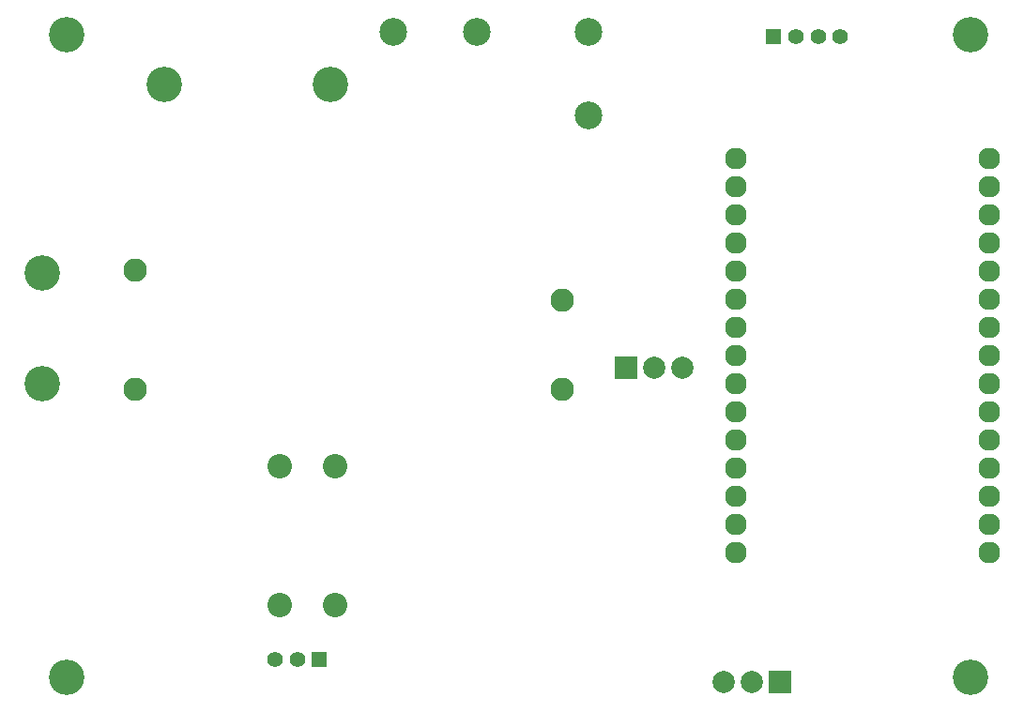
<source format=gbs>
G04*
G04 #@! TF.GenerationSoftware,Altium Limited,Altium Designer,19.1.7 (138)*
G04*
G04 Layer_Color=16711935*
%FSLAX44Y44*%
%MOMM*%
G71*
G01*
G75*
%ADD44R,1.4032X1.4032*%
%ADD45C,1.4032*%
%ADD46C,3.2032*%
%ADD47C,2.2032*%
%ADD48C,2.0032*%
%ADD49R,2.0032X2.0032*%
%ADD50C,1.9562*%
%ADD51C,2.5032*%
%ADD52C,2.1032*%
G54D44*
X290000Y51000D02*
D03*
X700000Y613000D02*
D03*
G54D45*
X270000Y51000D02*
D03*
X250000D02*
D03*
X740000Y613000D02*
D03*
X720000D02*
D03*
X760000D02*
D03*
G54D46*
X300000Y570000D02*
D03*
X150000D02*
D03*
X40000Y300000D02*
D03*
Y400000D02*
D03*
X877500Y615000D02*
D03*
Y35000D02*
D03*
X62500D02*
D03*
Y615000D02*
D03*
G54D47*
X304000Y100500D02*
D03*
Y225500D02*
D03*
X254000Y100500D02*
D03*
Y225500D02*
D03*
G54D48*
X592000Y314000D02*
D03*
X617400D02*
D03*
X680000Y31000D02*
D03*
X654600D02*
D03*
G54D49*
X566600Y314000D02*
D03*
X705400Y31000D02*
D03*
G54D50*
X894300Y325000D02*
D03*
Y350400D02*
D03*
Y375800D02*
D03*
Y401200D02*
D03*
Y426600D02*
D03*
Y452000D02*
D03*
Y477400D02*
D03*
Y502800D02*
D03*
Y299600D02*
D03*
Y274200D02*
D03*
Y248800D02*
D03*
Y223400D02*
D03*
Y198000D02*
D03*
Y172600D02*
D03*
Y147200D02*
D03*
X665700D02*
D03*
Y172600D02*
D03*
Y198000D02*
D03*
Y223400D02*
D03*
Y248800D02*
D03*
Y274200D02*
D03*
Y299600D02*
D03*
Y502800D02*
D03*
Y477400D02*
D03*
Y452000D02*
D03*
Y426600D02*
D03*
Y401200D02*
D03*
Y375800D02*
D03*
Y350400D02*
D03*
Y325000D02*
D03*
G54D51*
X356600Y617600D02*
D03*
X533000Y542000D02*
D03*
Y617600D02*
D03*
X432200D02*
D03*
G54D52*
X124000Y402500D02*
D03*
Y295000D02*
D03*
X509000D02*
D03*
Y375000D02*
D03*
M02*

</source>
